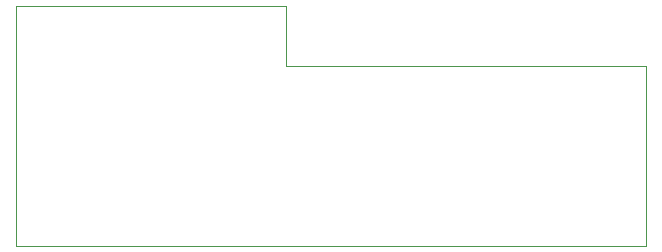
<source format=gbr>
G04 #@! TF.GenerationSoftware,KiCad,Pcbnew,5.0.2+dfsg1-1*
G04 #@! TF.CreationDate,2021-01-06T22:48:14+01:00*
G04 #@! TF.ProjectId,esp_12e_proto_board,6573705f-3132-4655-9f70-726f746f5f62,B*
G04 #@! TF.SameCoordinates,Original*
G04 #@! TF.FileFunction,Profile,NP*
%FSLAX46Y46*%
G04 Gerber Fmt 4.6, Leading zero omitted, Abs format (unit mm)*
G04 Created by KiCad (PCBNEW 5.0.2+dfsg1-1) date Wed 06 Jan 2021 10:48:14 PM CET*
%MOMM*%
%LPD*%
G01*
G04 APERTURE LIST*
%ADD10C,0.025400*%
G04 APERTURE END LIST*
D10*
X175260000Y-111760000D02*
X175260000Y-96520000D01*
X121920000Y-111760000D02*
X175260000Y-111760000D01*
X121920000Y-91440000D02*
X121920000Y-111760000D01*
X144780000Y-91440000D02*
X121920000Y-91440000D01*
X144780000Y-96520000D02*
X144780000Y-91440000D01*
X175260000Y-96520000D02*
X144780000Y-96520000D01*
M02*

</source>
